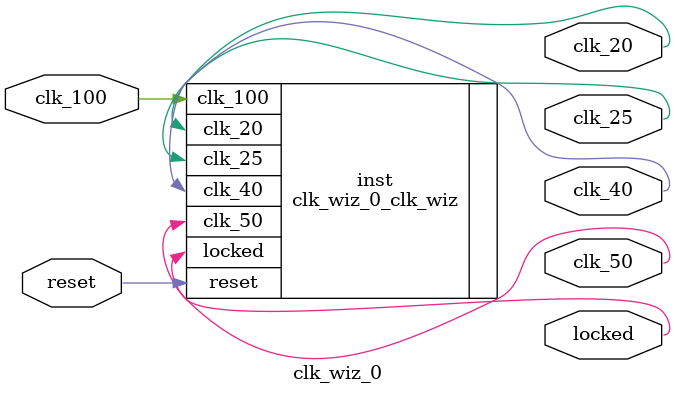
<source format=v>


`timescale 1ps/1ps

(* CORE_GENERATION_INFO = "clk_wiz_0,clk_wiz_v6_0_14_0_0,{component_name=clk_wiz_0,use_phase_alignment=true,use_min_o_jitter=false,use_max_i_jitter=false,use_dyn_phase_shift=false,use_inclk_switchover=false,use_dyn_reconfig=false,enable_axi=0,feedback_source=FDBK_AUTO,PRIMITIVE=MMCM,num_out_clk=4,clkin1_period=10.000,clkin2_period=10.000,use_power_down=false,use_reset=true,use_locked=true,use_inclk_stopped=false,feedback_type=SINGLE,CLOCK_MGR_TYPE=NA,manual_override=false}" *)

module clk_wiz_0 
 (
  // Clock out ports
  output        clk_40,
  output        clk_20,
  output        clk_25,
  output        clk_50,
  // Status and control signals
  input         reset,
  output        locked,
 // Clock in ports
  input         clk_100
 );

  clk_wiz_0_clk_wiz inst
  (
  // Clock out ports  
  .clk_40(clk_40),
  .clk_20(clk_20),
  .clk_25(clk_25),
  .clk_50(clk_50),
  // Status and control signals               
  .reset(reset), 
  .locked(locked),
 // Clock in ports
  .clk_100(clk_100)
  );

endmodule

</source>
